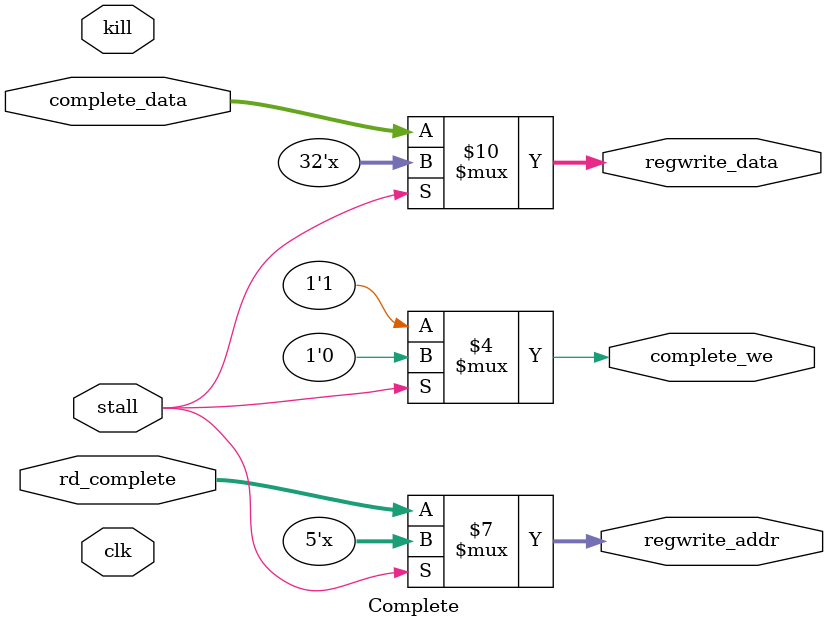
<source format=sv>
`default_nettype none

module Complete(
  input wire clk, kill, stall, 
  input wire [31:0] complete_data, 
  input wire [4:0] rd_complete,
  output logic [31:0] regwrite_data,
  output logic [4:0] regwrite_addr,
  output logic complete_we
);

  always_comb begin
    if(!stall) begin
      regwrite_data = complete_data;
      regwrite_addr = rd_complete;
      complete_we = 1'b1;
    end else begin
      regwrite_data = 32'bx;
      regwrite_addr = 5'bx;
      complete_we = 1'b0;
    end
  end
endmodule
`default_nettype wire
</source>
